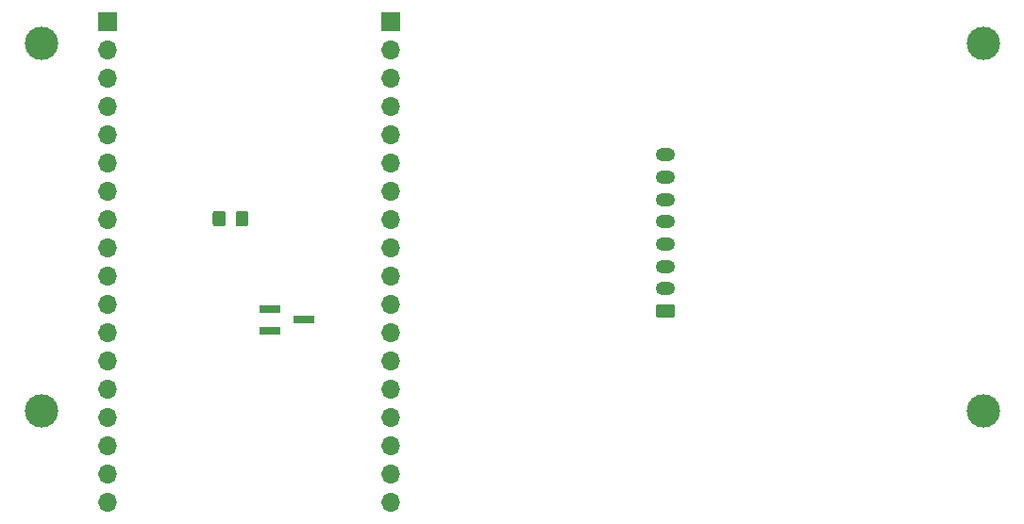
<source format=gbr>
G04 #@! TF.GenerationSoftware,KiCad,Pcbnew,(5.1.5)-3*
G04 #@! TF.CreationDate,2020-06-17T14:59:32+02:00*
G04 #@! TF.ProjectId,Tuerschild,54756572-7363-4686-996c-642e6b696361,rev?*
G04 #@! TF.SameCoordinates,Original*
G04 #@! TF.FileFunction,Soldermask,Top*
G04 #@! TF.FilePolarity,Negative*
%FSLAX46Y46*%
G04 Gerber Fmt 4.6, Leading zero omitted, Abs format (unit mm)*
G04 Created by KiCad (PCBNEW (5.1.5)-3) date 2020-06-17 14:59:32*
%MOMM*%
%LPD*%
G04 APERTURE LIST*
%ADD10C,3.000000*%
%ADD11C,0.100000*%
%ADD12O,1.750000X1.200000*%
%ADD13O,1.700000X1.700000*%
%ADD14R,1.700000X1.700000*%
%ADD15R,1.900000X0.800000*%
G04 APERTURE END LIST*
D10*
X114000000Y-77000000D03*
X198500000Y-110000000D03*
X198500000Y-77000000D03*
X114000000Y-110000000D03*
D11*
G36*
X170649505Y-100401204D02*
G01*
X170673773Y-100404804D01*
X170697572Y-100410765D01*
X170720671Y-100419030D01*
X170742850Y-100429520D01*
X170763893Y-100442132D01*
X170783599Y-100456747D01*
X170801777Y-100473223D01*
X170818253Y-100491401D01*
X170832868Y-100511107D01*
X170845480Y-100532150D01*
X170855970Y-100554329D01*
X170864235Y-100577428D01*
X170870196Y-100601227D01*
X170873796Y-100625495D01*
X170875000Y-100649999D01*
X170875000Y-101350001D01*
X170873796Y-101374505D01*
X170870196Y-101398773D01*
X170864235Y-101422572D01*
X170855970Y-101445671D01*
X170845480Y-101467850D01*
X170832868Y-101488893D01*
X170818253Y-101508599D01*
X170801777Y-101526777D01*
X170783599Y-101543253D01*
X170763893Y-101557868D01*
X170742850Y-101570480D01*
X170720671Y-101580970D01*
X170697572Y-101589235D01*
X170673773Y-101595196D01*
X170649505Y-101598796D01*
X170625001Y-101600000D01*
X169374999Y-101600000D01*
X169350495Y-101598796D01*
X169326227Y-101595196D01*
X169302428Y-101589235D01*
X169279329Y-101580970D01*
X169257150Y-101570480D01*
X169236107Y-101557868D01*
X169216401Y-101543253D01*
X169198223Y-101526777D01*
X169181747Y-101508599D01*
X169167132Y-101488893D01*
X169154520Y-101467850D01*
X169144030Y-101445671D01*
X169135765Y-101422572D01*
X169129804Y-101398773D01*
X169126204Y-101374505D01*
X169125000Y-101350001D01*
X169125000Y-100649999D01*
X169126204Y-100625495D01*
X169129804Y-100601227D01*
X169135765Y-100577428D01*
X169144030Y-100554329D01*
X169154520Y-100532150D01*
X169167132Y-100511107D01*
X169181747Y-100491401D01*
X169198223Y-100473223D01*
X169216401Y-100456747D01*
X169236107Y-100442132D01*
X169257150Y-100429520D01*
X169279329Y-100419030D01*
X169302428Y-100410765D01*
X169326227Y-100404804D01*
X169350495Y-100401204D01*
X169374999Y-100400000D01*
X170625001Y-100400000D01*
X170649505Y-100401204D01*
G37*
D12*
X170000000Y-99000000D03*
X170000000Y-97000000D03*
X170000000Y-95000000D03*
X170000000Y-93000000D03*
X170000000Y-91000000D03*
X170000000Y-89000000D03*
X170000000Y-87000000D03*
D13*
X120000000Y-118180000D03*
X120000000Y-115640000D03*
X120000000Y-113100000D03*
X120000000Y-110560000D03*
X120000000Y-108020000D03*
X120000000Y-105480000D03*
X120000000Y-102940000D03*
X120000000Y-100400000D03*
X120000000Y-97860000D03*
X120000000Y-95320000D03*
X120000000Y-92780000D03*
X120000000Y-90240000D03*
X120000000Y-87700000D03*
X120000000Y-85160000D03*
X120000000Y-82620000D03*
X120000000Y-80080000D03*
X120000000Y-77540000D03*
D14*
X120000000Y-75000000D03*
D15*
X134560000Y-100865000D03*
X134560000Y-102765000D03*
X137560000Y-101815000D03*
D11*
G36*
X130314505Y-92016204D02*
G01*
X130338773Y-92019804D01*
X130362572Y-92025765D01*
X130385671Y-92034030D01*
X130407850Y-92044520D01*
X130428893Y-92057132D01*
X130448599Y-92071747D01*
X130466777Y-92088223D01*
X130483253Y-92106401D01*
X130497868Y-92126107D01*
X130510480Y-92147150D01*
X130520970Y-92169329D01*
X130529235Y-92192428D01*
X130535196Y-92216227D01*
X130538796Y-92240495D01*
X130540000Y-92264999D01*
X130540000Y-93165001D01*
X130538796Y-93189505D01*
X130535196Y-93213773D01*
X130529235Y-93237572D01*
X130520970Y-93260671D01*
X130510480Y-93282850D01*
X130497868Y-93303893D01*
X130483253Y-93323599D01*
X130466777Y-93341777D01*
X130448599Y-93358253D01*
X130428893Y-93372868D01*
X130407850Y-93385480D01*
X130385671Y-93395970D01*
X130362572Y-93404235D01*
X130338773Y-93410196D01*
X130314505Y-93413796D01*
X130290001Y-93415000D01*
X129639999Y-93415000D01*
X129615495Y-93413796D01*
X129591227Y-93410196D01*
X129567428Y-93404235D01*
X129544329Y-93395970D01*
X129522150Y-93385480D01*
X129501107Y-93372868D01*
X129481401Y-93358253D01*
X129463223Y-93341777D01*
X129446747Y-93323599D01*
X129432132Y-93303893D01*
X129419520Y-93282850D01*
X129409030Y-93260671D01*
X129400765Y-93237572D01*
X129394804Y-93213773D01*
X129391204Y-93189505D01*
X129390000Y-93165001D01*
X129390000Y-92264999D01*
X129391204Y-92240495D01*
X129394804Y-92216227D01*
X129400765Y-92192428D01*
X129409030Y-92169329D01*
X129419520Y-92147150D01*
X129432132Y-92126107D01*
X129446747Y-92106401D01*
X129463223Y-92088223D01*
X129481401Y-92071747D01*
X129501107Y-92057132D01*
X129522150Y-92044520D01*
X129544329Y-92034030D01*
X129567428Y-92025765D01*
X129591227Y-92019804D01*
X129615495Y-92016204D01*
X129639999Y-92015000D01*
X130290001Y-92015000D01*
X130314505Y-92016204D01*
G37*
G36*
X132364505Y-92016204D02*
G01*
X132388773Y-92019804D01*
X132412572Y-92025765D01*
X132435671Y-92034030D01*
X132457850Y-92044520D01*
X132478893Y-92057132D01*
X132498599Y-92071747D01*
X132516777Y-92088223D01*
X132533253Y-92106401D01*
X132547868Y-92126107D01*
X132560480Y-92147150D01*
X132570970Y-92169329D01*
X132579235Y-92192428D01*
X132585196Y-92216227D01*
X132588796Y-92240495D01*
X132590000Y-92264999D01*
X132590000Y-93165001D01*
X132588796Y-93189505D01*
X132585196Y-93213773D01*
X132579235Y-93237572D01*
X132570970Y-93260671D01*
X132560480Y-93282850D01*
X132547868Y-93303893D01*
X132533253Y-93323599D01*
X132516777Y-93341777D01*
X132498599Y-93358253D01*
X132478893Y-93372868D01*
X132457850Y-93385480D01*
X132435671Y-93395970D01*
X132412572Y-93404235D01*
X132388773Y-93410196D01*
X132364505Y-93413796D01*
X132340001Y-93415000D01*
X131689999Y-93415000D01*
X131665495Y-93413796D01*
X131641227Y-93410196D01*
X131617428Y-93404235D01*
X131594329Y-93395970D01*
X131572150Y-93385480D01*
X131551107Y-93372868D01*
X131531401Y-93358253D01*
X131513223Y-93341777D01*
X131496747Y-93323599D01*
X131482132Y-93303893D01*
X131469520Y-93282850D01*
X131459030Y-93260671D01*
X131450765Y-93237572D01*
X131444804Y-93213773D01*
X131441204Y-93189505D01*
X131440000Y-93165001D01*
X131440000Y-92264999D01*
X131441204Y-92240495D01*
X131444804Y-92216227D01*
X131450765Y-92192428D01*
X131459030Y-92169329D01*
X131469520Y-92147150D01*
X131482132Y-92126107D01*
X131496747Y-92106401D01*
X131513223Y-92088223D01*
X131531401Y-92071747D01*
X131551107Y-92057132D01*
X131572150Y-92044520D01*
X131594329Y-92034030D01*
X131617428Y-92025765D01*
X131641227Y-92019804D01*
X131665495Y-92016204D01*
X131689999Y-92015000D01*
X132340001Y-92015000D01*
X132364505Y-92016204D01*
G37*
D13*
X145400000Y-118180000D03*
X145400000Y-115640000D03*
X145400000Y-113100000D03*
X145400000Y-110560000D03*
X145400000Y-108020000D03*
X145400000Y-105480000D03*
X145400000Y-102940000D03*
X145400000Y-100400000D03*
X145400000Y-97860000D03*
X145400000Y-95320000D03*
X145400000Y-92780000D03*
X145400000Y-90240000D03*
X145400000Y-87700000D03*
X145400000Y-85160000D03*
X145400000Y-82620000D03*
X145400000Y-80080000D03*
X145400000Y-77540000D03*
D14*
X145400000Y-75000000D03*
M02*

</source>
